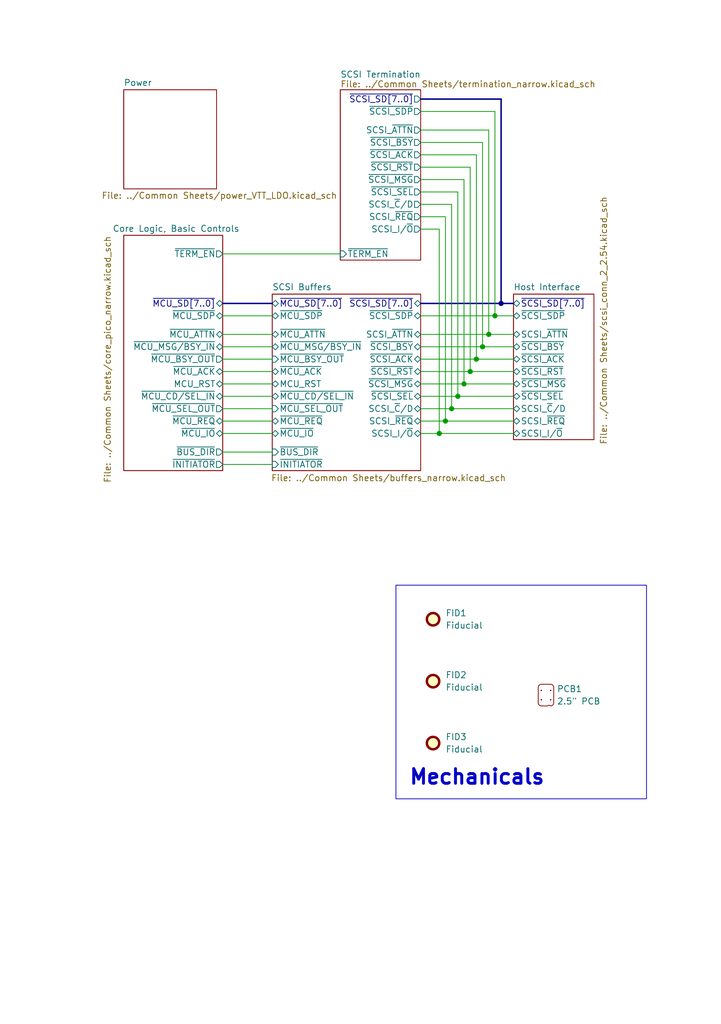
<source format=kicad_sch>
(kicad_sch (version 20250114) (generator "eeschema") (generator_version "9.0")
  (paper "A5" portrait)
  (title_block (title "GBSCSI2 - Common Platform, 2.5/3.5\" Narrow Variant") (date "2026-02-01") (rev "2.0") (comment 1 "Drawn by George R. M.") (comment 2 "BLOCK DIAGRAM/TOP SHEET") (comment 4 "FIRST DRAWING VERSION FOR COMMON PLATFORM VARIANTS IS V2.0"))
  (lib_symbols
    (symbol "GBSCSI:PCB_2.5" (in_bom no)
      (property "Reference" "PCB" (at 0 0 0))
      (property "Value" "2.5\" PCB" (at 0 0 0))
      (symbol "PCB_2.5_0_1"
        (polyline (pts (xy -1.27 3.175) (xy -1.27 6.35)))
        (polyline (pts (xy -0.635 6.985) (xy 1.27 6.985)))
        (arc (start -1.27 6.35) (mid -1.084 6.799) (end -0.635 6.985))
        (circle (center -0.635 5.715) (radius 0.0001))
        (circle (center -0.635 3.81) (radius 0.0001))
        (arc (start -0.635 2.54) (mid -1.084 2.726) (end -1.27 3.175))
        (polyline (pts (xy -0.635 2.54) (xy 0.635 2.54)))
        (arc (start 0.635 2.54) (mid 0.9525 2.6715) (end 1.27 2.54))
        (arc (start 1.27 6.985) (mid 1.719 6.799) (end 1.905 6.35))
        (circle (center 1.27 5.715) (radius 0.0001))
        (circle (center 1.27 3.81) (radius 0.0001))
        (arc (start 1.905 3.175) (mid 1.719 2.726) (end 1.27 2.54))
        (polyline (pts (xy 1.905 6.35) (xy 1.905 3.175)))
      )
    )
    (symbol "Mechanical:Fiducial" (in_bom no)
      (property "Reference" "FID" (at 0 5.08 0))
      (property "Value" "Fiducial" (at 0 3.175 0))
      (symbol "Fiducial_0_1"
        (circle (center 0 0) (radius 1.27) (stroke (width 0.508)) (fill (type background)))
      )
    )
  )
  (rectangle (start 81.28 120.015) (end 132.715 163.83))
  (text "Mechanicals" (at 83.82 161.29 0) (effects (font (size 3 3) (thickness 0.6) (bold yes)) (justify left bottom)))
  (junction (at 99.06 71.12))
  (junction (at 97.79 73.66))
  (junction (at 96.52 76.2))
  (junction (at 95.25 78.74))
  (junction (at 102.87 62.23))
  (junction (at 93.98 81.28))
  (junction (at 92.71 83.82))
  (junction (at 101.6 64.77))
  (junction (at 90.17 88.9))
  (junction (at 100.33 68.58))
  (junction (at 91.44 86.36))
  (wire (pts (xy 96.52 76.2) (xy 105.41 76.2)))
  (wire (pts (xy 45.72 52.07) (xy 69.85 52.07)))
  (wire (pts (xy 86.36 86.36) (xy 91.44 86.36)))
  (wire (pts (xy 86.36 76.2) (xy 96.52 76.2)))
  (bus (pts (xy 86.36 20.32) (xy 102.87 20.32)))
  (wire (pts (xy 101.6 64.77) (xy 105.41 64.77)))
  (bus (pts (xy 102.87 62.23) (xy 105.41 62.23)))
  (wire (pts (xy 86.36 71.12) (xy 99.06 71.12)))
  (wire (pts (xy 100.33 68.58) (xy 105.41 68.58)))
  (wire (pts (xy 86.36 78.74) (xy 95.25 78.74)))
  (wire (pts (xy 86.36 68.58) (xy 100.33 68.58)))
  (wire (pts (xy 45.72 86.36) (xy 55.88 86.36)))
  (wire (pts (xy 90.17 46.99) (xy 90.17 88.9)))
  (wire (pts (xy 101.6 22.86) (xy 101.6 64.77)))
  (wire (pts (xy 86.36 46.99) (xy 90.17 46.99)))
  (wire (pts (xy 86.36 64.77) (xy 101.6 64.77)))
  (wire (pts (xy 86.36 88.9) (xy 90.17 88.9)))
  (wire (pts (xy 95.25 36.83) (xy 95.25 78.74)))
  (wire (pts (xy 86.36 44.45) (xy 91.44 44.45)))
  (wire (pts (xy 45.72 95.25) (xy 55.88 95.25)))
  (wire (pts (xy 45.72 92.71) (xy 55.88 92.71)))
  (wire (pts (xy 86.36 39.37) (xy 93.98 39.37)))
  (wire (pts (xy 86.36 41.91) (xy 92.71 41.91)))
  (wire (pts (xy 45.72 88.9) (xy 55.88 88.9)))
  (wire (pts (xy 45.72 73.66) (xy 55.88 73.66)))
  (wire (pts (xy 100.33 26.67) (xy 100.33 68.58)))
  (wire (pts (xy 93.98 39.37) (xy 93.98 81.28)))
  (wire (pts (xy 45.72 83.82) (xy 55.88 83.82)))
  (bus (pts (xy 102.87 20.32) (xy 102.87 62.23)))
  (wire (pts (xy 97.79 73.66) (xy 105.41 73.66)))
  (wire (pts (xy 92.71 83.82) (xy 105.41 83.82)))
  (bus (pts (xy 86.36 62.23) (xy 102.87 62.23)))
  (bus (pts (xy 45.72 62.23) (xy 55.88 62.23)))
  (wire (pts (xy 97.79 31.75) (xy 97.79 73.66)))
  (wire (pts (xy 86.36 73.66) (xy 97.79 73.66)))
  (wire (pts (xy 95.25 78.74) (xy 105.41 78.74)))
  (wire (pts (xy 86.36 26.67) (xy 100.33 26.67)))
  (wire (pts (xy 45.72 64.77) (xy 55.88 64.77)))
  (wire (pts (xy 91.44 44.45) (xy 91.44 86.36)))
  (wire (pts (xy 45.72 76.2) (xy 55.88 76.2)))
  (wire (pts (xy 45.72 68.58) (xy 55.88 68.58)))
  (wire (pts (xy 86.36 81.28) (xy 93.98 81.28)))
  (wire (pts (xy 86.36 36.83) (xy 95.25 36.83)))
  (wire (pts (xy 91.44 86.36) (xy 105.41 86.36)))
  (wire (pts (xy 86.36 29.21) (xy 99.06 29.21)))
  (wire (pts (xy 99.06 29.21) (xy 99.06 71.12)))
  (wire (pts (xy 92.71 41.91) (xy 92.71 83.82)))
  (wire (pts (xy 96.52 34.29) (xy 96.52 76.2)))
  (wire (pts (xy 99.06 71.12) (xy 105.41 71.12)))
  (wire (pts (xy 86.36 83.82) (xy 92.71 83.82)))
  (wire (pts (xy 93.98 81.28) (xy 105.41 81.28)))
  (wire (pts (xy 45.72 71.12) (xy 55.88 71.12)))
  (wire (pts (xy 90.17 88.9) (xy 105.41 88.9)))
  (wire (pts (xy 45.72 78.74) (xy 55.88 78.74)))
  (wire (pts (xy 45.72 81.28) (xy 55.88 81.28)))
  (wire (pts (xy 86.36 22.86) (xy 101.6 22.86)))
  (wire (pts (xy 86.36 31.75) (xy 97.79 31.75)))
  (wire (pts (xy 86.36 34.29) (xy 96.52 34.29)))
  (symbol (lib_id "Mechanical:Fiducial") (at 88.9 152.4 0) (unit 1) (in_bom no)
    (property "Reference" "FID3" (at 91.44 151.1299 0) (effects (justify left)))
    (property "Value" "Fiducial" (at 91.44 153.6699 0) (effects (justify left)))
    (property "Footprint" "Fiducial:Fiducial_0.5mm_Mask1mm" (effects (hide yes)))
    (property "Description" "Fiducial Marker" (effects (hide yes)))
  )
  (symbol (lib_id "GBSCSI:PCB_2.5") (at 111.76 147.32 0) (unit 1) (in_bom no)
    (property "Reference" "PCB1" (at 114.3 141.2874 0) (effects (justify left)))
    (property "Value" "2.5\" PCB" (at 114.3 143.8274 0) (effects (justify left)))
    (property "Footprint" "GBSCSI:GBSCSI2_2.5_PCB" (effects (hide yes)))
  )
  (symbol (lib_id "Mechanical:Fiducial") (at 88.9 139.7 0) (unit 1) (in_bom no)
    (property "Reference" "FID2" (at 91.44 138.4299 0) (effects (justify left)))
    (property "Value" "Fiducial" (at 91.44 140.9699 0) (effects (justify left)))
    (property "Footprint" "Fiducial:Fiducial_0.5mm_Mask1mm" (effects (hide yes)))
    (property "Description" "Fiducial Marker" (effects (hide yes)))
  )
  (symbol (lib_id "Mechanical:Fiducial") (at 88.9 127 0) (unit 1) (in_bom no)
    (property "Reference" "FID1" (at 91.44 125.7299 0) (effects (justify left)))
    (property "Value" "Fiducial" (at 91.44 128.2699 0) (effects (justify left)))
    (property "Footprint" "Fiducial:Fiducial_0.5mm_Mask1mm" (effects (hide yes)))
    (property "Description" "Fiducial Marker" (effects (hide yes)))
  )
  (sheet (at 25.4 48.26) (size 20.32 48.26) (stroke (width 0.1524))
    (property "Sheetname" "Core Logic, Basic Controls" (at 23.114 47.625 0) (effects (justify left bottom)))
    (property "Sheetfile" "../Common Sheets/core_pico_narrow.kicad_sch" (at 21.336 99.06 90) (effects (justify left top)))
    (pin "MCU_RST" bidirectional (at 45.72 78.74 0))
    (pin "~{BUS_DIR}" output (at 45.72 92.71 0))
    (pin "~{INITIATOR}" output (at 45.72 95.25 0))
    (pin "~{MCU_ACK}" bidirectional (at 45.72 76.2 0))
    (pin "~{MCU_ATTN}" bidirectional (at 45.72 68.58 0))
    (pin "~{MCU_CD{slash}SEL_IN}" bidirectional (at 45.72 81.28 0))
    (pin "~{MCU_IO}" bidirectional (at 45.72 88.9 0))
    (pin "~{MCU_MSG{slash}BSY_IN}" bidirectional (at 45.72 71.12 0))
    (pin "~{MCU_REQ}" bidirectional (at 45.72 86.36 0))
    (pin "~{MCU_SDP}" bidirectional (at 45.72 64.77 0))
    (pin "~{MCU_SD[7..0]}" bidirectional (at 45.72 62.23 0))
    (pin "~{TERM_EN}" output (at 45.72 52.07 0))
    (pin "~{MCU_BSY_OUT}" output (at 45.72 73.66 0))
    (pin "~{MCU_SEL_OUT}" output (at 45.72 83.82 0))
  )
  (sheet (at 55.88 60.325) (size 30.48 36.195) (stroke (width 0.1524))
    (property "Sheetname" "SCSI Buffers" (at 55.88 59.6134 0) (effects (justify left bottom)))
    (property "Sheetfile" "../Common Sheets/buffers_narrow.kicad_sch" (at 55.626 97.282 0) (effects (justify left top)))
    (pin "MCU_RST" bidirectional (at 55.88 78.74 180))
    (pin "SCSI_I{slash}~{O}" bidirectional (at 86.36 88.9 0))
    (pin "SCSI_~{ATTN}" bidirectional (at 86.36 68.58 0))
    (pin "SCSI_~{C}{slash}D" bidirectional (at 86.36 83.82 0))
    (pin "SCSI_~{REQ}" bidirectional (at 86.36 86.36 0))
    (pin "~{BUS_DIR}" input (at 55.88 92.71 180))
    (pin "~{INITIATOR}" input (at 55.88 95.25 180))
    (pin "~{MCU_ACK}" bidirectional (at 55.88 76.2 180))
    (pin "~{MCU_ATTN}" bidirectional (at 55.88 68.58 180))
    (pin "~{MCU_BSY_OUT}" input (at 55.88 73.66 180))
    (pin "~{MCU_CD{slash}SEL_IN}" bidirectional (at 55.88 81.28 180))
    (pin "~{MCU_IO}" bidirectional (at 55.88 88.9 180))
    (pin "~{MCU_MSG{slash}BSY_IN}" bidirectional (at 55.88 71.12 180))
    (pin "~{MCU_REQ}" bidirectional (at 55.88 86.36 180))
    (pin "~{MCU_SDP}" bidirectional (at 55.88 64.77 180))
    (pin "~{MCU_SD[7..0]}" bidirectional (at 55.88 62.23 180))
    (pin "~{MCU_SEL_OUT}" input (at 55.88 83.82 180))
    (pin "~{SCSI_ACK}" bidirectional (at 86.36 73.66 0))
    (pin "~{SCSI_BSY}" bidirectional (at 86.36 71.12 0))
    (pin "~{SCSI_MSG}" bidirectional (at 86.36 78.74 0))
    (pin "~{SCSI_RST}" bidirectional (at 86.36 76.2 0))
    (pin "~{SCSI_SDP}" bidirectional (at 86.36 64.77 0))
    (pin "~{SCSI_SD[7..0]}" bidirectional (at 86.36 62.23 0))
    (pin "~{SCSI_SEL}" bidirectional (at 86.36 81.28 0))
  )
  (sheet (at 105.41 60.325) (size 16.51 29.845) (stroke (width 0.1524))
    (property "Sheetname" "Host Interface" (at 105.41 59.6134 0) (effects (justify left bottom)))
    (property "Sheetfile" "../Common Sheets/scsi_conn_2_2.54.kicad_sch" (at 123.19 91.186 90) (effects (justify left top)))
    (pin "SCSI_I{slash}~{O}" bidirectional (at 105.41 88.9 180))
    (pin "SCSI_~{ATTN}" bidirectional (at 105.41 68.58 180))
    (pin "SCSI_~{C}{slash}D" bidirectional (at 105.41 83.82 180))
    (pin "SCSI_~{REQ}" bidirectional (at 105.41 86.36 180))
    (pin "~{SCSI_ACK}" bidirectional (at 105.41 73.66 180))
    (pin "~{SCSI_BSY}" bidirectional (at 105.41 71.12 180))
    (pin "~{SCSI_MSG}" bidirectional (at 105.41 78.74 180))
    (pin "~{SCSI_RST}" bidirectional (at 105.41 76.2 180))
    (pin "~{SCSI_SD[7..0]}" bidirectional (at 105.41 62.23 180))
    (pin "~{SCSI_SEL}" bidirectional (at 105.41 81.28 180))
    (pin "~{SCSI_SDP}" bidirectional (at 105.41 64.77 180))
  )
  (sheet (at 25.4 18.415) (size 19.05 20.32) (stroke (width 0.1524))
    (property "Sheetname" "Power" (at 25.4 17.7034 0) (effects (justify left bottom)))
    (property "Sheetfile" "../Common Sheets/power_VTT_LDO.kicad_sch" (at 20.828 39.37 0) (effects (justify left top)))
  )
  (sheet (at 69.85 18.415) (size 16.51 34.925) (stroke (width 0.1524))
    (property "Sheetname" "SCSI Termination" (at 69.85 16.002 0) (effects (justify left bottom)))
    (property "Sheetfile" "../Common Sheets/termination_narrow.kicad_sch" (at 69.85 16.51 0) (effects (justify left top)))
    (pin "SCSI_I{slash}~{O}" output (at 86.36 46.99 0))
    (pin "SCSI_~{ATTN}" output (at 86.36 26.67 0))
    (pin "SCSI_~{C}{slash}D" output (at 86.36 41.91 0))
    (pin "SCSI_~{REQ}" output (at 86.36 44.45 0))
    (pin "~{SCSI_ACK}" output (at 86.36 31.75 0))
    (pin "~{SCSI_BSY}" output (at 86.36 29.21 0))
    (pin "~{SCSI_MSG}" output (at 86.36 36.83 0))
    (pin "~{SCSI_RST}" output (at 86.36 34.29 0))
    (pin "~{SCSI_SDP}" output (at 86.36 22.86 0))
    (pin "~{SCSI_SD[7..0]}" output (at 86.36 20.32 0))
    (pin "~{SCSI_SEL}" output (at 86.36 39.37 0))
    (pin "~{TERM_EN}" input (at 69.85 52.07 180))
  )
)
</source>
